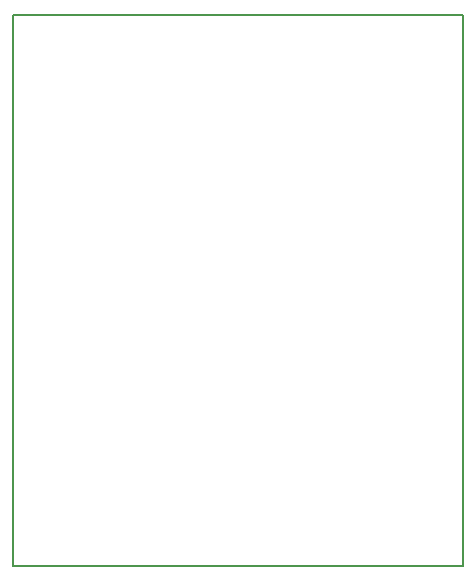
<source format=gbo>
G04 MADE WITH FRITZING*
G04 WWW.FRITZING.ORG*
G04 DOUBLE SIDED*
G04 HOLES PLATED*
G04 CONTOUR ON CENTER OF CONTOUR VECTOR*
%ASAXBY*%
%FSLAX23Y23*%
%MOIN*%
%OFA0B0*%
%SFA1.0B1.0*%
%ADD10R,1.508070X1.844590X1.492070X1.828590*%
%ADD11C,0.008000*%
%LNSILK0*%
G90*
G70*
G54D11*
X4Y1841D02*
X1504Y1841D01*
X1504Y4D01*
X4Y4D01*
X4Y1841D01*
D02*
G04 End of Silk0*
M02*
</source>
